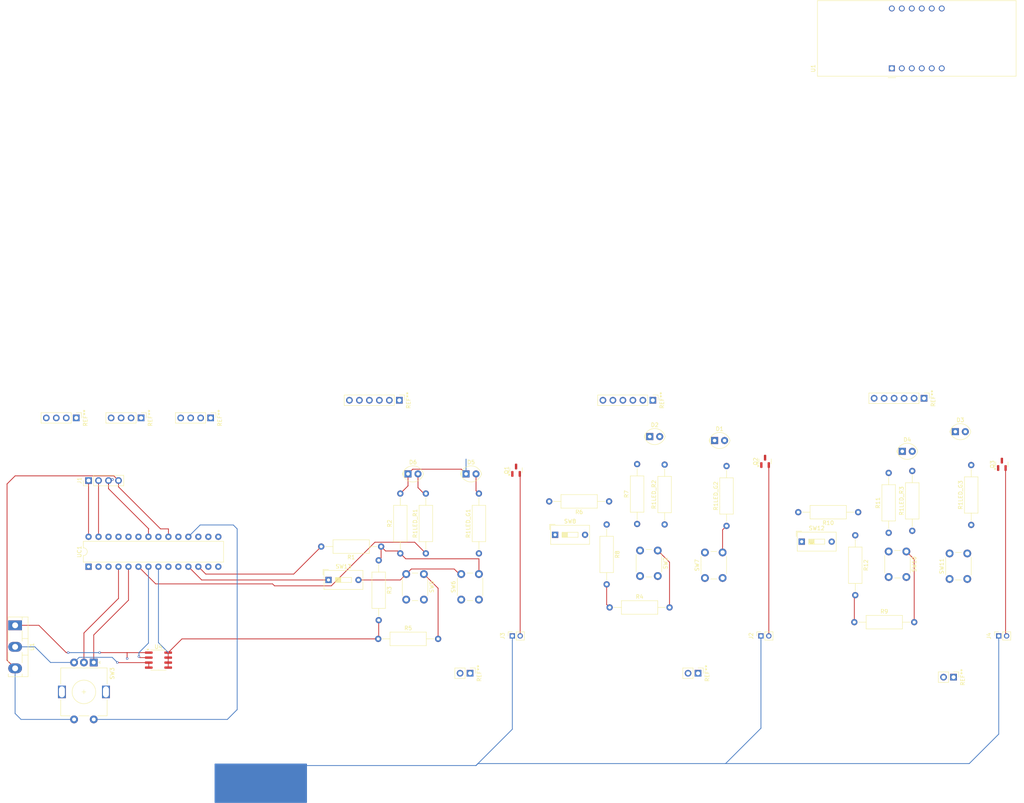
<source format=kicad_pcb>
(kicad_pcb (version 20240108) (generator "pcbnew") (generator_version "8.0")
  (layers (0 "F.Cu" signal) (31 "B.Cu" signal) (34 "B.Paste" user) (35 "F.Paste" user) (36 "B.SilkS" user "B.Silkscreen") (37 "F.SilkS" user "F.Silkscreen") (38 "B.Mask" user) (39 "F.Mask" user) (44 "Edge.Cuts" user))
  (net 0 "")
  (net 1 "Net-(D3-A)")
  (net 2 "Net-(D4-A)")
  (net 3 "GND")
  (net 4 "Net-(D5-A)")
  (net 5 "Net-(D6-A)")
  (net 6 "Net-(D1-A)")
  (net 7 "Net-(D2-A)")
  (net 8 "/Input Display/VCC_E")
  (net 21 "/Input Display/SDA")
  (net 22 "/Input Display/SCL")
  (net 24 "Net-(J2-Pin_2)")
  (net 25 "/Input Display/12V_R")
  (net 28 "Net-(J3-Pin_2)")
  (net 29 "Net-(J4-Pin_2)")
  (net 31 "/Microcontroller/SOL1_OUT")
  (net 35 "Net-(R1-Pad1)")
  (net 36 "Net-(R1LED_G2-Pad1)")
  (net 37 "Net-(R10-Pad1)")
  (net 38 "/Microcontroller/SOL1_WAIT")
  (net 39 "/Microcontroller/SOL2_WAIT")
  (net 40 "/Microcontroller/SOL3_WAIT")
  (net 41 "/Microcontroller/SOL2_SEL")
  (net 42 "/Microcontroller/SOL1_SEL")
  (net 43 "/Microcontroller/SOL2_OUT")
  (net 44 "/Microcontroller/SOL3_SEL")
  (net 45 "/Microcontroller/SOL3_OUT")
  (net 48 "/Input Display/CLOCK")
  (net 49 "/Input Display/DT")
  (net 50 "/Input Display/SWITCH")
  (net 53 "/Microcontroller/SOL2_MAIN")
  (net 56 "/Microcontroller/SOL3_MAIN")
  (net 57 "/Microcontroller/SOL1_MAIN")
  (net 58 "Net-(U4-OUT)")
  (footprint "Button_Switch_THT:SW_PUSH_6mm_mod" (layer "F.Cu") (at 189.25 82.25 -90)
    (property "Reference" "SW2" (at 3.25 -2 90) (layer "F.SilkS"))
    (property "Value" "BUTTON_CONFIG")
    (pad "1" thru_hole circle (at 6.5 0) (size 2 2) (drill 1.1) (layers "*.Cu" "*.Mask"))
    (pad "2" thru_hole circle (at 6.5 4.5) (size 2 2) (drill 1.1) (layers "*.Cu" "*.Mask"))
    (pad "3" thru_hole circle (at 0 0) (size 2 2) (drill 1.1) (layers "*.Cu" "*.Mask") (net 41 "/Microcontroller/SOL2_SEL"))
    (pad "4" thru_hole circle (at 0 4.5) (size 2 2) (drill 1.1) (layers "*.Cu" "*.Mask") (net 8 "/Input Display/VCC_E"))
  )
  (footprint "LED_THT:LED_Oval_W5.2mm_H3.8mm" (layer "F.Cu") (at 251.46 57)
    (property "Reference" "D4" (at 1.27 -2.96 0) (layer "F.SilkS"))
    (property "Value" "SOL1_RED")
    (pad "1" thru_hole rect (at 0 0) (size 1.8 1.8) (drill 0.9) (layers "*.Cu" "*.Mask") (net 3 "GND"))
    (pad "2" thru_hole circle (at 2.54 0) (size 1.8 1.8) (drill 0.9) (layers "*.Cu" "*.Mask") (net 2 "Net-(D4-A)"))
  )
  (footprint "Connector_PinSocket_2.00mm:PinSocket_1x02_P2.00mm_Vertical" (layer "F.Cu") (at 152.25 104 90)
    (property "Reference" "J3" (at 0 -2.5 90) (layer "F.SilkS"))
    (property "Value" "SOL1_PORT")
    (pad "1" thru_hole rect (at 0 0 90) (size 1.35 1.35) (drill 0.8) (layers "*.Cu" "*.Mask") (net 25 "/Input Display/12V_R"))
    (pad "2" thru_hole oval (at 0 2 90) (size 1.35 1.35) (drill 0.8) (layers "*.Cu" "*.Mask") (net 28 "Net-(J3-Pin_2)"))
  )
  (footprint "Resistor_THT:R_Axial_DIN0309_L9.0mm_D3.2mm_P15.24mm_Horizontal" (layer "F.Cu") (at 240.24 72.5 180)
    (property "Reference" "R10" (at 7.62 -2.72 0) (layer "F.SilkS"))
    (property "Value" "100O")
    (pad "1" thru_hole circle (at 0 0 180) (size 1.6 1.6) (drill 0.8) (layers "*.Cu" "*.Mask") (net 37 "Net-(R10-Pad1)"))
    (pad "2" thru_hole oval (at 15.24 0 180) (size 1.6 1.6) (drill 0.8) (layers "*.Cu" "*.Mask") (net 45 "/Microcontroller/SOL3_OUT"))
  )
  (footprint "Resistor_THT:R_Axial_DIN0309_L9.0mm_D3.2mm_P15.24mm_Horizontal" (layer "F.Cu") (at 176.87 69.75 180)
    (property "Reference" "R6" (at 7.62 -2.72 0) (layer "F.SilkS"))
    (property "Value" "100O")
    (pad "1" thru_hole circle (at 0 0 180) (size 1.6 1.6) (drill 0.8) (layers "*.Cu" "*.Mask") (net 36 "Net-(R1LED_G2-Pad1)"))
    (pad "2" thru_hole oval (at 15.24 0 180) (size 1.6 1.6) (drill 0.8) (layers "*.Cu" "*.Mask") (net 43 "/Microcontroller/SOL2_OUT"))
  )
  (footprint "LED_THT:LED_Oval_W5.2mm_H3.8mm" (layer "F.Cu") (at 140.475 62.75)
    (property "Reference" "D5" (at 1.27 -2.96 0) (layer "F.SilkS"))
    (property "Value" "SOL1_GRN")
    (pad "1" thru_hole rect (at 0 0) (size 1.8 1.8) (drill 0.9) (layers "*.Cu" "*.Mask") (net 3 "GND"))
    (pad "2" thru_hole circle (at 2.54 0) (size 1.8 1.8) (drill 0.9) (layers "*.Cu" "*.Mask") (net 4 "Net-(D5-A)"))
  )
  (footprint "Resistor_THT:R_Axial_DIN0309_L9.0mm_D3.2mm_P15.24mm_Horizontal" (layer "F.Cu") (at 191 75.62 90)
    (property "Reference" "R1LED_R2" (at 7.62 -2.72 90) (layer "F.SilkS"))
    (property "Value" "R")
    (pad "1" thru_hole circle (at 0 0 90) (size 1.6 1.6) (drill 0.8) (layers "*.Cu" "*.Mask") (net 39 "/Microcontroller/SOL2_WAIT"))
    (pad "2" thru_hole oval (at 15.24 0 90) (size 1.6 1.6) (drill 0.8) (layers "*.Cu" "*.Mask") (net 7 "Net-(D2-A)"))
  )
  (footprint "Package_SO:SOIC-8_3.9x4.9mm_P1.27mm" (layer "F.Cu") (at 62.225 110.155)
    (property "Reference" "U4" (at 0 -3.4 0) (layer "F.SilkS"))
    (property "Value" "XL1509-3.3")
    (pad "1" smd roundrect (at -2.475 -1.905) (size 1.95 0.6) (layers "F.Cu" "F.Paste" "F.Mask") (net 25 "/Input Display/12V_R"))
    (pad "2" smd roundrect (at -2.475 -0.635) (size 1.95 0.6) (layers "F.Cu" "F.Paste" "F.Mask") (net 58 "Net-(U4-OUT)"))
    (pad "3" smd roundrect (at -2.475 0.635) (size 1.95 0.6) (layers "F.Cu" "F.Paste" "F.Mask") (net 3 "GND"))
    (pad "4" smd roundrect (at -2.475 1.905) (size 1.95 0.6) (layers "F.Cu" "F.Paste" "F.Mask") (net 3 "GND"))
    (pad "5" smd roundrect (at 2.475 1.905) (size 1.95 0.6) (layers "F.Cu" "F.Paste" "F.Mask") (net 3 "GND"))
    (pad "6" smd roundrect (at 2.475 0.635) (size 1.95 0.6) (layers "F.Cu" "F.Paste" "F.Mask") (net 3 "GND"))
    (pad "7" smd roundrect (at 2.475 -0.635) (size 1.95 0.6) (layers "F.Cu" "F.Paste" "F.Mask") (net 3 "GND"))
    (pad "8" smd roundrect (at 2.475 -1.905) (size 1.95 0.6) (layers "F.Cu" "F.Paste" "F.Mask") (net 3 "GND"))
  )
  (footprint "Resistor_THT:R_Axial_DIN0309_L9.0mm_D3.2mm_P15.24mm_Horizontal" (layer "F.Cu") (at 176.25 75.63 -90)
    (property "Reference" "R8" (at 7.62 -2.72 90) (layer "F.SilkS"))
    (property "Value" "100")
    (pad "1" thru_hole circle (at 0 0 270) (size 1.6 1.6) (drill 0.8) (layers "*.Cu" "*.Mask") (net 36 "Net-(R1LED_G2-Pad1)"))
    (pad "2" thru_hole oval (at 15.24 0 270) (size 1.6 1.6) (drill 0.8) (layers "*.Cu" "*.Mask") (net 3 "GND"))
  )
  (footprint "LED_THT:LED_Oval_W5.2mm_H3.8mm" (layer "F.Cu") (at 125.71 62.75)
    (property "Reference" "D6" (at 1.27 -2.96 0) (layer "F.SilkS"))
    (property "Value" "SOL1_RED")
    (pad "1" thru_hole rect (at 0 0) (size 1.8 1.8) (drill 0.9) (layers "*.Cu" "*.Mask") (net 3 "GND"))
    (pad "2" thru_hole circle (at 2.54 0) (size 1.8 1.8) (drill 0.9) (layers "*.Cu" "*.Mask") (net 5 "Net-(D6-A)"))
  )
  (footprint "Resistor_THT:R_Axial_DIN0309_L9.0mm_D3.2mm_P15.24mm_Horizontal" (layer "F.Cu") (at 184 75.5 90)
    (property "Reference" "R7" (at 7.62 -2.72 90) (layer "F.SilkS"))
    (property "Value" "1kO")
    (pad "1" thru_hole circle (at 0 0 90) (size 1.6 1.6) (drill 0.8) (layers "*.Cu" "*.Mask") (net 36 "Net-(R1LED_G2-Pad1)"))
    (pad "2" thru_hole oval (at 15.24 0 90) (size 1.6 1.6) (drill 0.8) (layers "*.Cu" "*.Mask") (net 3 "GND"))
  )
  (footprint "Display_7Segment:CA56-12SRWA" (layer "F.Cu") (at 248.8 -40.5 90)
    (property "Reference" "U1" (at 0 -20 90) (layer "F.SilkS"))
    (property "Value" "SOL1_DISP")
    (pad "1" thru_hole rect (at 0 0 90) (size 1.5 1.5) (drill 1) (layers "*.Cu" "*.Mask"))
    (pad "2" thru_hole circle (at 0 2.54 90) (size 1.5 1.5) (drill 1) (layers "*.Cu" "*.Mask"))
    (pad "3" thru_hole circle (at 0 5.08 90) (size 1.5 1.5) (drill 1) (layers "*.Cu" "*.Mask"))
    (pad "4" thru_hole circle (at 0 7.62 90) (size 1.5 1.5) (drill 1) (layers "*.Cu" "*.Mask"))
    (pad "5" thru_hole circle (at 0 10.16 90) (size 1.5 1.5) (drill 1) (layers "*.Cu" "*.Mask"))
    (pad "6" thru_hole circle (at 0 12.7 90) (size 1.5 1.5) (drill 1) (layers "*.Cu" "*.Mask"))
    (pad "7" thru_hole circle (at 15.24 12.7 90) (size 1.5 1.5) (drill 1) (layers "*.Cu" "*.Mask"))
    (pad "8" thru_hole circle (at 15.24 10.16 90) (size 1.5 1.5) (drill 1) (layers "*.Cu" "*.Mask"))
    (pad "9" thru_hole circle (at 15.24 7.62 90) (size 1.5 1.5) (drill 1) (layers "*.Cu" "*.Mask"))
    (pad "10" thru_hole circle (at 15.24 5.08 90) (size 1.5 1.5) (drill 1) (layers "*.Cu" "*.Mask"))
    (pad "11" thru_hole circle (at 15.24 2.54 90) (size 1.5 1.5) (drill 1) (layers "*.Cu" "*.Mask"))
    (pad "12" thru_hole circle (at 15.24 0 90) (size 1.5 1.5) (drill 1) (layers "*.Cu" "*.Mask"))
  )
  (footprint "Button_Switch_THT:SW_PUSH_6mm_mod" (layer "F.Cu") (at 139.25 94.75 90)
    (property "Reference" "SW6" (at 3.25 -2 90) (layer "F.SilkS"))
    (property "Value" "BUTTON_FORCE")
    (pad "1" thru_hole circle (at 6.5 0 180) (size 2 2) (drill 1.1) (layers "*.Cu" "*.Mask") (net 8 "/Input Display/VCC_E"))
    (pad "2" thru_hole circle (at 6.5 4.5 180) (size 2 2) (drill 1.1) (layers "*.Cu" "*.Mask") (net 35 "Net-(R1-Pad1)"))
    (pad "3" thru_hole circle (at 0 0 180) (size 2 2) (drill 1.1) (layers "*.Cu" "*.Mask"))
    (pad "4" thru_hole circle (at 0 4.5 180) (size 2 2) (drill 1.1) (layers "*.Cu" "*.Mask"))
  )
  (footprint "Resistor_THT:R_Axial_DIN0309_L9.0mm_D3.2mm_P15.24mm_Horizontal" (layer "F.Cu") (at 254 77.24 90)
    (property "Reference" "R1LED_R3" (at 7.62 -2.72 90) (layer "F.SilkS"))
    (property "Value" "R")
    (pad "1" thru_hole circle (at 0 0 90) (size 1.6 1.6) (drill 0.8) (layers "*.Cu" "*.Mask") (net 40 "/Microcontroller/SOL3_WAIT"))
    (pad "2" thru_hole oval (at 15.24 0 90) (size 1.6 1.6) (drill 0.8) (layers "*.Cu" "*.Mask") (net 2 "Net-(D4-A)"))
  )
  (footprint "Resistor_THT:R_Axial_DIN0309_L9.0mm_D3.2mm_P15.24mm_Horizontal" (layer "F.Cu") (at 143.75 82.99 90)
    (property "Reference" "R1LED_G1" (at 7.62 -2.72 90) (layer "F.SilkS"))
    (property "Value" "220")
    (pad "1" thru_hole circle (at 0 0 90) (size 1.6 1.6) (drill 0.8) (layers "*.Cu" "*.Mask") (net 35 "Net-(R1-Pad1)"))
    (pad "2" thru_hole oval (at 15.24 0 90) (size 1.6 1.6) (drill 0.8) (layers "*.Cu" "*.Mask") (net 4 "Net-(D5-A)"))
  )
  (footprint "Package_TO_SOT_SMD:SOT-23" (layer "F.Cu") (at 216.55 59.5625 90)
    (property "Reference" "Q2" (at 0 -2.4 90) (layer "F.SilkS"))
    (property "Value" "SOL1_NFET")
    (pad "1" smd roundrect (at -0.9375 -0.95 90) (size 1.475 0.6) (layers "F.Cu" "F.Paste" "F.Mask") (net 3 "GND"))
    (pad "2" smd roundrect (at -0.9375 0.95 90) (size 1.475 0.6) (layers "F.Cu" "F.Paste" "F.Mask") (net 24 "Net-(J2-Pin_2)"))
    (pad "3" smd roundrect (at 0.9375 0 90) (size 1.475 0.6) (layers "F.Cu" "F.Paste" "F.Mask") (net 3 "GND"))
  )
  (footprint "Button_Switch_THT:SW_DIP_SPSTx01_Slide_9.78x4.72mm_W7.62mm_P2.54mm" (layer "F.Cu") (at 225.88 80)
    (property "Reference" "SW12" (at 3.81 -3.42 0) (layer "F.SilkS"))
    (property "Value" "SWITCH_MAIN")
    (pad "1" thru_hole rect (at 0 0) (size 1.6 1.6) (drill 0.8) (layers "*.Cu" "*.Mask") (net 56 "/Microcontroller/SOL3_MAIN"))
    (pad "2" thru_hole oval (at 7.62 0) (size 1.6 1.6) (drill 0.8) (layers "*.Cu" "*.Mask") (net 8 "/Input Display/VCC_E"))
  )
  (footprint "Resistor_THT:R_Axial_DIN0309_L9.0mm_D3.2mm_P15.24mm_Horizontal" (layer "F.Cu") (at 239.26 100.5)
    (property "Reference" "R9" (at 7.62 -2.72 0) (layer "F.SilkS"))
    (property "Value" "1kO")
    (pad "1" thru_hole circle (at 0 0) (size 1.6 1.6) (drill 0.8) (layers "*.Cu" "*.Mask") (net 3 "GND"))
    (pad "2" thru_hole oval (at 15.24 0) (size 1.6 1.6) (drill 0.8) (layers "*.Cu" "*.Mask") (net 44 "/Microcontroller/SOL3_SEL"))
  )
  (footprint "Button_Switch_THT:SW_DIP_SPSTx01_Slide_9.78x4.72mm_W7.62mm_P2.54mm" (layer "F.Cu") (at 105.4825 89.75)
    (property "Reference" "SW13" (at 3.81 -3.42 0) (layer "F.SilkS"))
    (property "Value" "SWITCH_MAIN")
    (pad "1" thru_hole rect (at 0 0) (size 1.6 1.6) (drill 0.8) (layers "*.Cu" "*.Mask") (net 57 "/Microcontroller/SOL1_MAIN"))
    (pad "2" thru_hole oval (at 7.62 0) (size 1.6 1.6) (drill 0.8) (layers "*.Cu" "*.Mask") (net 8 "/Input Display/VCC_E"))
  )
  (footprint "Connector_PinHeader_2.54mm:PinHeader_1x06_P2.54mm_Vertical" (layer "F.Cu") (at 188 44 -90)
    (property "Reference" "REF**" (at 0 -2.33 90) (layer "F.SilkS"))
    (property "Value" "PinHeader_1x06_P2.54mm_Vertical")
    (pad "1" thru_hole rect (at 0 0 270) (size 1.7 1.7) (drill 1) (layers "*.Cu" "*.Mask"))
    (pad "2" thru_hole oval (at 0 2.54 270) (size 1.7 1.7) (drill 1) (layers "*.Cu" "*.Mask"))
    (pad "3" thru_hole oval (at 0 5.08 270) (size 1.7 1.7) (drill 1) (layers "*.Cu" "*.Mask"))
    (pad "4" thru_hole oval (at 0 7.62 270) (size 1.7 1.7) (drill 1) (layers "*.Cu" "*.Mask"))
    (pad "5" thru_hole oval (at 0 10.16 270) (size 1.7 1.7) (drill 1) (layers "*.Cu" "*.Mask"))
    (pad "6" thru_hole oval (at 0 12.7 270) (size 1.7 1.7) (drill 1) (layers "*.Cu" "*.Mask"))
  )
  (footprint "Button_Switch_THT:SW_PUSH_6mm_mod" (layer "F.Cu") (at 201.25 89.25 90)
    (property "Reference" "SW7" (at 3.25 -2 90) (layer "F.SilkS"))
    (property "Value" "BUTTON_FORCE")
    (pad "1" thru_hole circle (at 6.5 0 180) (size 2 2) (drill 1.1) (layers "*.Cu" "*.Mask") (net 8 "/Input Display/VCC_E"))
    (pad "2" thru_hole circle (at 6.5 4.5 180) (size 2 2) (drill 1.1) (layers "*.Cu" "*.Mask") (net 36 "Net-(R1LED_G2-Pad1)"))
    (pad "3" thru_hole circle (at 0 0 180) (size 2 2) (drill 1.1) (layers "*.Cu" "*.Mask"))
    (pad "4" thru_hole circle (at 0 4.5 180) (size 2 2) (drill 1.1) (layers "*.Cu" "*.Mask"))
  )
  (footprint "Package_TO_SOT_THT:TO-218-3_Vertical" (layer "F.Cu") (at 25.75 101.3 -90)
    (property "Reference" "U1" (at 5.475 -4.29 90) (layer "F.SilkS"))
    (property "Value" "5V Regulator")
    (pad "1" thru_hole rect (at 0 0 270) (size 2.5 3.5) (drill 1.5) (layers "*.Cu" "*.Mask") (net 25 "/Input Display/12V_R"))
    (pad "2" thru_hole oval (at 5.475 0 270) (size 2.5 3.5) (drill 1.5) (layers "*.Cu" "*.Mask") (net 3 "GND"))
    (pad "3" thru_hole oval (at 10.95 0 270) (size 2.5 3.5) (drill 1.5) (layers "*.Cu" "*.Mask") (net 8 "/Input Display/VCC_E"))
  )
  (footprint "Resistor_THT:R_Axial_DIN0309_L9.0mm_D3.2mm_P15.24mm_Horizontal" (layer "F.Cu") (at 206.75 75.99 90)
    (property "Reference" "R1LED_G2" (at 7.62 -2.72 90) (layer "F.SilkS"))
    (property "Value" "220")
    (pad "1" thru_hole circle (at 0 0 90) (size 1.6 1.6) (drill 0.8) (layers "*.Cu" "*.Mask") (net 36 "Net-(R1LED_G2-Pad1)"))
    (pad "2" thru_hole oval (at 15.24 0 90) (size 1.6 1.6) (drill 0.8) (layers "*.Cu" "*.Mask") (net 6 "Net-(D1-A)"))
  )
  (footprint "Resistor_THT:R_Axial_DIN0309_L9.0mm_D3.2mm_P15.24mm_Horizontal" (layer "F.Cu") (at 177.01 96.75)
    (property "Reference" "R4" (at 7.62 -2.72 0) (layer "F.SilkS"))
    (property "Value" "1kO")
    (pad "1" thru_hole circle (at 0 0) (size 1.6 1.6) (drill 0.8) (layers "*.Cu" "*.Mask") (net 3 "GND"))
    (pad "2" thru_hole oval (at 15.24 0) (size 1.6 1.6) (drill 0.8) (layers "*.Cu" "*.Mask") (net 41 "/Microcontroller/SOL2_SEL"))
  )
  (footprint "LED_THT:LED_Oval_W5.2mm_H3.8mm" (layer "F.Cu") (at 264.96 52)
    (property "Reference" "D3" (at 1.27 -2.96 0) (layer "F.SilkS"))
    (property "Value" "SOL1_GRN")
    (pad "1" thru_hole rect (at 0 0) (size 1.8 1.8) (drill 0.9) (layers "*.Cu" "*.Mask") (net 3 "GND"))
    (pad "2" thru_hole circle (at 2.54 0) (size 1.8 1.8) (drill 0.9) (layers "*.Cu" "*.Mask") (net 1 "Net-(D3-A)"))
  )
  (footprint "Connector_PinHeader_2.54mm:PinHeader_1x06_P2.54mm_Vertical" (layer "F.Cu") (at 123.5 44 -90)
    (property "Reference" "REF**" (at 0 -2.33 90) (layer "F.SilkS"))
    (property "Value" "PinHeader_1x06_P2.54mm_Vertical")
    (pad "1" thru_hole rect (at 0 0 270) (size 1.7 1.7) (drill 1) (layers "*.Cu" "*.Mask"))
    (pad "2" thru_hole oval (at 0 2.54 270) (size 1.7 1.7) (drill 1) (layers "*.Cu" "*.Mask"))
    (pad "3" thru_hole oval (at 0 5.08 270) (size 1.7 1.7) (drill 1) (layers "*.Cu" "*.Mask"))
    (pad "4" thru_hole oval (at 0 7.62 270) (size 1.7 1.7) (drill 1) (layers "*.Cu" "*.Mask"))
    (pad "5" thru_hole oval (at 0 10.16 270) (size 1.7 1.7) (drill 1) (layers "*.Cu" "*.Mask"))
    (pad "6" thru_hole oval (at 0 12.7 270) (size 1.7 1.7) (drill 1) (layers "*.Cu" "*.Mask"))
  )
  (footprint "Resistor_THT:R_Axial_DIN0309_L9.0mm_D3.2mm_P15.24mm_Horizontal" (layer "F.Cu") (at 248 77.74 90)
    (property "Reference" "R11" (at 7.62 -2.72 90) (layer "F.SilkS"))
    (property "Value" "1kO")
    (pad "1" thru_hole circle (at 0 0 90) (size 1.6 1.6) (drill 0.8) (layers "*.Cu" "*.Mask") (net 37 "Net-(R10-Pad1)"))
    (pad "2" thru_hole oval (at 15.24 0 90) (size 1.6 1.6) (drill 0.8) (layers "*.Cu" "*.Mask") (net 3 "GND"))
  )
  (footprint "Button_Switch_THT:RotaryEncoder_Vertical_H20mm" (layer "F.Cu") (at 45.75 110.75 -90)
    (property "Reference" "SW3" (at 2.8 -4.7 90) (layer "F.SilkS"))
    (property "Value" "DIAL")
    (pad "A" thru_hole rect (at 0 0 270) (size 2 2) (drill 1) (layers "*.Cu" "*.Mask") (net 49 "/Input Display/DT"))
    (pad "B" thru_hole circle (at 0 5 270) (size 2 2) (drill 1) (layers "*.Cu" "*.Mask") (net 3 "GND"))
    (pad "C" thru_hole circle (at 0 2.5 270) (size 2 2) (drill 1) (layers "*.Cu" "*.Mask") (net 48 "/Input Display/CLOCK"))
    (pad "MP" thru_hole rect (at 7.5 -3.1 270) (size 3.2 2) (drill oval 2.8 1.5) (layers "*.Cu" "*.Mask"))
    (pad "MP" thru_hole rect (at 7.5 8.1 270) (size 3.2 2) (drill oval 2.8 1.5) (layers "*.Cu" "*.Mask"))
    (pad "S1" thru_hole circle (at 14.5 5 270) (size 2 2) (drill 1) (layers "*.Cu" "*.Mask") (net 8 "/Input Display/VCC_E"))
    (pad "S2" thru_hole circle (at 14.5 0 270) (size 2 2) (drill 1) (layers "*.Cu" "*.Mask") (net 50 "/Input Display/SWITCH"))
  )
  (footprint "Package_DIP:DIP-28_W7.62mm" (layer "F.Cu") (at 44.43 86.37 90)
    (property "Reference" "UC1" (at 3.81 -2.33 90) (layer "F.SilkS"))
    (property "Value" "ATmega328-P")
    (pad "1" thru_hole rect (at 0 0 90) (size 1.6 1.6) (drill 0.8) (layers "*.Cu" "*.Mask"))
    (pad "2" thru_hole oval (at 0 2.54 90) (size 1.6 1.6) (drill 0.8) (layers "*.Cu" "*.Mask"))
    (pad "3" thru_hole oval (at 0 5.08 90) (size 1.6 1.6) (drill 0.8) (layers "*.Cu" "*.Mask"))
    (pad "4" thru_hole oval (at 0 7.62 90) (size 1.6 1.6) (drill 0.8) (layers "*.Cu" "*.Mask") (net 48 "/Input Display/CLOCK"))
    (pad "5" thru_hole oval (at 0 10.16 90) (size 1.6 1.6) (drill 0.8) (layers "*.Cu" "*.Mask") (net 49 "/Input Display/DT"))
    (pad "6" thru_hole oval (at 0 12.7 90) (size 1.6 1.6) (drill 0.8) (layers "*.Cu" "*.Mask") (net 38 "/Microcontroller/SOL1_WAIT"))
    (pad "7" thru_hole oval (at 0 15.24 90) (size 1.6 1.6) (drill 0.8) (layers "*.Cu" "*.Mask") (net 58 "Net-(U4-OUT)"))
    (pad "8" thru_hole oval (at 0 17.78 90) (size 1.6 1.6) (drill 0.8) (layers "*.Cu" "*.Mask") (net 3 "GND"))
    (pad "9" thru_hole oval (at 0 20.32 90) (size 1.6 1.6) (drill 0.8) (layers "*.Cu" "*.Mask"))
    (pad "10" thru_hole oval (at 0 22.86 90) (size 1.6 1.6) (drill 0.8) (layers "*.Cu" "*.Mask"))
    (pad "11" thru_hole oval (at 0 25.4 90) (size 1.6 1.6) (drill 0.8) (layers "*.Cu" "*.Mask") (net 57 "/Microcontroller/SOL1_MAIN"))
    (pad "12" thru_hole oval (at 0 27.94 90) (size 1.6 1.6) (drill 0.8) (layers "*.Cu" "*.Mask") (net 31 "/Microcontroller/SOL1_OUT"))
    (pad "13" thru_hole oval (at 0 30.48 90) (size 1.6 1.6) (drill 0.8) (layers "*.Cu" "*.Mask") (net 42 "/Microcontroller/SOL1_SEL"))
    (pad "14" thru_hole oval (at 0 33.02 90) (size 1.6 1.6) (drill 0.8) (layers "*.Cu" "*.Mask") (net 53 "/Microcontroller/SOL2_MAIN"))
    (pad "15" thru_hole oval (at 7.62 33.02 90) (size 1.6 1.6) (drill 0.8) (layers "*.Cu" "*.Mask") (net 43 "/Microcontroller/SOL2_OUT"))
    (pad "16" thru_hole oval (at 7.62 30.48 90) (size 1.6 1.6) (drill 0.8) (layers "*.Cu" "*.Mask") (net 39 "/Microcontroller/SOL2_WAIT"))
    (pad "17" thru_hole oval (at 7.62 27.94 90) (size 1.6 1.6) (drill 0.8) (layers "*.Cu" "*.Mask") (net 41 "/Microcontroller/SOL2_SEL"))
    (pad "18" thru_hole oval (at 7.62 25.4 90) (size 1.6 1.6) (drill 0.8) (layers "*.Cu" "*.Mask") (net 50 "/Input Display/SWITCH"))
    (pad "19" thru_hole oval (at 7.62 22.86 90) (size 1.6 1.6) (drill 0.8) (layers "*.Cu" "*.Mask"))
    (pad "20" thru_hole oval (at 7.62 20.32 90) (size 1.6 1.6) (drill 0.8) (layers "*.Cu" "*.Mask") (net 8 "/Input Display/VCC_E"))
    (pad "21" thru_hole oval (at 7.62 17.78 90) (size 1.6 1.6) (drill 0.8) (layers "*.Cu" "*.Mask"))
    (pad "22" thru_hole oval (at 7.62 15.24 90) (size 1.6 1.6) (drill 0.8) (layers "*.Cu" "*.Mask") (net 3 "GND"))
    (pad "23" thru_hole oval (at 7.62 12.7 90) (size 1.6 1.6) (drill 0.8) (layers "*.Cu" "*.Mask") (net 56 "/Microcontroller/SOL3_MAIN"))
    (pad "24" thru_hole oval (at 7.62 10.16 90) (size 1.6 1.6) (drill 0.8) (layers "*.Cu" "*.Mask") (net 45 "/Microcontroller/SOL3_OUT"))
    (pad "25" thru_hole oval (at 7.62 7.62 90) (size 1.6 1.6) (drill 0.8) (layers "*.Cu" "*.Mask") (net 40 "/Microcontroller/SOL3_WAIT"))
    (pad "26" thru_hole oval (at 7.62 5.08 90) (size 1.6 1.6) (drill 0.8) (layers "*.Cu" "*.Mask") (net 44 "/Microcontroller/SOL3_SEL"))
    (pad "27" thru_hole oval (at 7.62 2.54 90) (size 1.6 1.6) (drill 0.8) (layers "*.Cu" "*.Mask") (net 21 "/Input Display/SDA"))
    (pad "28" thru_hole oval (at 7.62 0 90) (size 1.6 1.6) (drill 0.8) (layers "*.Cu" "*.Mask") (net 22 "/Input Display/SCL"))
  )
  (footprint "Connector_PinHeader_2.54mm:PinHeader_1x04_P2.54mm_Vertical" (layer "F.Cu") (at 41.3 48.5 -90)
    (property "Reference" "REF**" (at 0 -2.33 90) (layer "F.SilkS"))
    (property "Value" "PinHeader_1x04_P2.54mm_Vertical")
    (pad "1" thru_hole rect (at 0 0 270) (size 1.7 1.7) (drill 1) (layers "*.Cu" "*.Mask"))
    (pad "2" thru_hole oval (at 0 2.54 270) (size 1.7 1.7) (drill 1) (layers "*.Cu" "*.Mask"))
    (pad "3" thru_hole oval (at 0 5.08 270) (size 1.7 1.7) (drill 1) (layers "*.Cu" "*.Mask"))
    (pad "4" thru_hole oval (at 0 7.62 270) (size 1.7 1.7) (drill 1) (layers "*.Cu" "*.Mask"))
  )
  (footprint "Connector_PinHeader_2.54mm:PinHeader_1x04_P2.54mm_Vertical" (layer "F.Cu") (at 57.8 48.5 -90)
    (property "Reference" "REF**" (at 0 -2.33 90) (layer "F.SilkS"))
    (property "Value" "PinHeader_1x04_P2.54mm_Vertical")
    (pad "1" thru_hole rect (at 0 0 270) (size 1.7 1.7) (drill 1) (layers "*.Cu" "*.Mask"))
    (pad "2" thru_hole oval (at 0 2.54 270) (size 1.7 1.7) (drill 1) (layers "*.Cu" "*.Mask"))
    (pad "3" thru_hole oval (at 0 5.08 270) (size 1.7 1.7) (drill 1) (layers "*.Cu" "*.Mask"))
    (pad "4" thru_hole oval (at 0 7.62 270) (size 1.7 1.7) (drill 1) (layers "*.Cu" "*.Mask"))
  )
  (footprint "LED_THT:LED_Oval_W5.2mm_H3.8mm" (layer "F.Cu") (at 203.71 54.25)
    (property "Reference" "D1" (at 1.27 -2.96 0) (layer "F.SilkS"))
    (property "Value" "SOL1_GRN")
    (pad "1" thru_hole rect (at 0 0) (size 1.8 1.8) (drill 0.9) (layers "*.Cu" "*.Mask") (net 3 "GND"))
    (pad "2" thru_hole circle (at 2.54 0) (size 1.8 1.8) (drill 0.9) (layers "*.Cu" "*.Mask") (net 6 "Net-(D1-A)"))
  )
  (footprint "Connector_PinHeader_2.54mm:PinHeader_1x06_P2.54mm_Vertical" (layer "F.Cu") (at 257 43.5 -90)
    (property "Reference" "REF**" (at 0 -2.33 90) (layer "F.SilkS"))
    (property "Value" "PinHeader_1x06_P2.54mm_Vertical")
    (pad "1" thru_hole rect (at 0 0 270) (size 1.7 1.7) (drill 1) (layers "*.Cu" "*.Mask"))
    (pad "2" thru_hole oval (at 0 2.54 270) (size 1.7 1.7) (drill 1) (layers "*.Cu" "*.Mask"))
    (pad "3" thru_hole oval (at 0 5.08 270) (size 1.7 1.7) (drill 1) (layers "*.Cu" "*.Mask"))
    (pad "4" thru_hole oval (at 0 7.62 270) (size 1.7 1.7) (drill 1) (layers "*.Cu" "*.Mask"))
    (pad "5" thru_hole oval (at 0 10.16 270) (size 1.7 1.7) (drill 1) (layers "*.Cu" "*.Mask"))
    (pad "6" thru_hole oval (at 0 12.7 270) (size 1.7 1.7) (drill 1) (layers "*.Cu" "*.Mask"))
  )
  (footprint "Resistor_THT:R_Axial_DIN0309_L9.0mm_D3.2mm_P15.24mm_Horizontal" (layer "F.Cu") (at 118.25 84.75 -90)
    (property "Reference" "R3" (at 7.62 -2.72 90) (layer "F.SilkS"))
    (property "Value" "100")
    (pad "1" thru_hole circle (at 0 0 270) (size 1.6 1.6) (drill 0.8) (layers "*.Cu" "*.Mask") (net 35 "Net-(R1-Pad1)"))
    (pad "2" thru_hole oval (at 15.24 0 270) (size 1.6 1.6) (drill 0.8) (layers "*.Cu" "*.Mask") (net 3 "GND"))
  )
  (footprint "Button_Switch_THT:SW_PUSH_6mm_mod" (layer "F.Cu") (at 252.5 82.5 -90)
    (property "Reference" "SW10" (at 3.25 -2 90) (layer "F.SilkS"))
    (property "Value" "BUTTON_CONFIG")
    (pad "1" thru_hole circle (at 6.5 0) (size 2 2) (drill 1.1) (layers "*.Cu" "*.Mask"))
    (pad "2" thru_hole circle (at 6.5 4.5) (size 2 2) (drill 1.1) (layers "*.Cu" "*.Mask"))
    (pad "3" thru_hole circle (at 0 0) (size 2 2) (drill 1.1) (layers "*.Cu" "*.Mask") (net 44 "/Microcontroller/SOL3_SEL"))
    (pad "4" thru_hole circle (at 0 4.5) (size 2 2) (drill 1.1) (layers "*.Cu" "*.Mask") (net 8 "/Input Display/VCC_E"))
  )
  (footprint "Package_TO_SOT_SMD:SOT-23" (layer "F.Cu") (at 276.8 60.3125 90)
    (property "Reference" "Q3" (at 0 -2.4 90) (layer "F.SilkS"))
    (property "Value" "SOL1_NFET")
    (pad "1" smd roundrect (at -0.9375 -0.95 90) (size 1.475 0.6) (layers "F.Cu" "F.Paste" "F.Mask") (net 3 "GND"))
    (pad "2" smd roundrect (at -0.9375 0.95 90) (size 1.475 0.6) (layers "F.Cu" "F.Paste" "F.Mask") (net 29 "Net-(J4-Pin_2)"))
    (pad "3" smd roundrect (at 0.9375 0 90) (size 1.475 0.6) (layers "F.Cu" "F.Paste" "F.Mask") (net 3 "GND"))
  )
  (footprint "LED_THT:LED_Oval_W5.2mm_H3.8mm" (layer "F.Cu") (at 187.21 53.25)
    (property "Reference" "D2" (at 1.27 -2.96 0) (layer "F.SilkS"))
    (property "Value" "SOL1_RED")
    (pad "1" thru_hole rect (at 0 0) (size 1.8 1.8) (drill 0.9) (layers "*.Cu" "*.Mask") (net 3 "GND"))
    (pad "2" thru_hole circle (at 2.54 0) (size 1.8 1.8) (drill 0.9) (layers "*.Cu" "*.Mask") (net 7 "Net-(D2-A)"))
  )
  (footprint "Resistor_THT:R_Axial_DIN0309_L9.0mm_D3.2mm_P15.24mm_Horizontal" (layer "F.Cu") (at 123.75 82.99 90)
    (property "Reference" "R2" (at 7.62 -2.72 90) (layer "F.SilkS"))
    (property "Value" "1kO")
    (pad "1" thru_hole circle (at 0 0 90) (size 1.6 1.6) (drill 0.8) (layers "*.Cu" "*.Mask") (net 35 "Net-(R1-Pad1)"))
    (pad "2" thru_hole oval (at 15.24 0 90) (size 1.6 1.6) (drill 0.8) (layers "*.Cu" "*.Mask") (net 3 "GND"))
  )
  (footprint "Connector_PinHeader_2.54mm:PinHeader_1x04_P2.54mm_Vertical" (layer "F.Cu") (at 44.431156 64.441016 90)
    (property "Reference" "J1" (at 0 -2.33 90) (layer "F.SilkS"))
    (property "Value" "4-digit I2C Display")
    (pad "1" thru_hole rect (at 0 0 90) (size 1.7 1.7) (drill 1) (layers "*.Cu" "*.Mask") (net 22 "/Input Display/SCL"))
    (pad "2" thru_hole oval (at 0 2.54 90) (size 1.7 1.7) (drill 1) (layers "*.Cu" "*.Mask") (net 21 "/Input Display/SDA"))
    (pad "3" thru_hole oval (at 0 5.08 90) (size 1.7 1.7) (drill 1) (layers "*.Cu" "*.Mask") (net 3 "GND"))
    (pad "4" thru_hole oval (at 0 7.62 90) (size 1.7 1.7) (drill 1) (layers "*.Cu" "*.Mask") (net 8 "/Input Display/VCC_E"))
  )
  (footprint "Button_Switch_THT:SW_DIP_SPSTx01_Slide_9.78x4.72mm_W7.62mm_P2.54mm" (layer "F.Cu") (at 163.13 78.25)
    (property "Reference" "SW8" (at 3.81 -3.42 0) (layer "F.SilkS"))
    (property "Value" "SWITCH_MAIN")
    (pad "1" thru_hole rect (at 0 0) (size 1.6 1.6) (drill 0.8) (layers "*.Cu" "*.Mask") (net 53 "/Microcontroller/SOL2_MAIN"))
    (pad "2" thru_hole oval (at 7.62 0) (size 1.6 1.6) (drill 0.8) (layers "*.Cu" "*.Mask") (net 8 "/Input Display/VCC_E"))
  )
  (footprint "Connector_PinSocket_2.00mm:PinSocket_1x02_P2.00mm_Vertical" (layer "F.Cu") (at 276 104 90)
    (property "Reference" "J4" (at 0 -2.5 90) (layer "F.SilkS"))
    (property "Value" "SOL1_PORT")
    (pad "1" thru_hole rect (at 0 0 90) (size 1.35 1.35) (drill 0.8) (layers "*.Cu" "*.Mask") (net 25 "/Input Display/12V_R"))
    (pad "2" thru_hole oval (at 0 2 90) (size 1.35 1.35) (drill 0.8) (layers "*.Cu" "*.Mask") (net 29 "Net-(J4-Pin_2)"))
  )
  (footprint "Resistor_THT:R_Axial_DIN0309_L9.0mm_D3.2mm_P15.24mm_Horizontal" (layer "F.Cu") (at 239.5 78.38 -90)
    (property "Reference" "R12" (at 7.62 -2.72 90) (layer "F.SilkS"))
    (property "Value" "100")
    (pad "1" thru_hole circle (at 0 0 270) (size 1.6 1.6) (drill 0.8) (layers "*.Cu" "*.Mask") (net 37 "Net-(R10-Pad1)"))
    (pad "2" thru_hole oval (at 15.24 0 270) (size 1.6 1.6) (drill 0.8) (layers "*.Cu" "*.Mask") (net 3 "GND"))
  )
  (footprint "Connector_PinHeader_2.54mm:PinHeader_1x04_P2.54mm_Vertical" (layer "F.Cu") (at 75.5 48.5 -90)
    (property "Reference" "REF**" (at 0 -2.33 90) (layer "F.SilkS"))
    (property "Value" "PinHeader_1x04_P2.54mm_Vertical")
    (pad "1" thru_hole rect (at 0 0 270) (size 1.7 1.7) (drill 1) (layers "*.Cu" "*.Mask"))
    (pad "2" thru_hole oval (at 0 2.54 270) (size 1.7 1.7) (drill 1) (layers "*.Cu" "*.Mask"))
    (pad "3" thru_hole oval (at 0 5.08 270) (size 1.7 1.7) (drill 1) (layers "*.Cu" "*.Mask"))
    (pad "4" thru_hole oval (at 0 7.62 270) (size 1.7 1.7) (drill 1) (layers "*.Cu" "*.Mask"))
  )
  (footprint "Resistor_THT:R_Axial_DIN0309_L9.0mm_D3.2mm_P15.24mm_Horizontal" (layer "F.Cu") (at 118.13 104.75)
    (property "Reference" "R5" (at 7.62 -2.72 0) (layer "F.SilkS"))
    (property "Value" "1kO")
    (pad "1" thru_hole circle (at 0 0) (size 1.6 1.6) (drill 0.8) (layers "*.Cu" "*.Mask") (net 3 "GND"))
    (pad "2" thru_hole oval (at 15.24 0) (size 1.6 1.6) (drill 0.8) (layers "*.Cu" "*.Mask") (net 42 "/Microcontroller/SOL1_SEL"))
  )
  (footprint "Connector_PinHeader_2.54mm:PinHeader_1x02_P2.54mm_Vertical" (layer "F.Cu") (at 141.5 113.5 -90)
    (property "Reference" "REF**" (at 0 -2.33 90) (layer "F.SilkS"))
    (property "Value" "PinHeader_1x02_P2.54mm_Vertical")
    (pad "1" thru_hole rect (at 0 0 270) (size 1.7 1.7) (drill 1) (layers "*.Cu" "*.Mask"))
    (pad "2" thru_hole oval (at 0 2.54 270) (size 1.7 1.7) (drill 1) (layers "*.Cu" "*.Mask"))
  )
  (footprint "Resistor_THT:R_Axial_DIN0309_L9.0mm_D3.2mm_P15.24mm_Horizontal" (layer "F.Cu") (at 118.87 81.25 180)
    (property "Reference" "R1" (at 7.62 -2.72 0) (layer "F.SilkS"))
    (property "Value" "100O")
    (pad "1" thru_hole circle (at 0 0 180) (size 1.6 1.6) (drill 0.8) (layers "*.Cu" "*.Mask") (net 35 "Net-(R1-Pad1)"))
    (pad "2" thru_hole oval (at 15.24 0 180) (size 1.6 1.6) (drill 0.8) (layers "*.Cu" "*.Mask") (net 31 "/Microcontroller/SOL1_OUT"))
  )
  (footprint "Button_Switch_THT:SW_PUSH_6mm_mod" (layer "F.Cu") (at 129.75 88.25 -90)
    (property "Reference" "SW5" (at 3.25 -2 90) (layer "F.SilkS"))
    (property "Value" "BUTTON_CONFIG")
    (pad "1" thru_hole circle (at 6.5 0) (size 2 2) (drill 1.1) (layers "*.Cu" "*.Mask"))
    (pad "2" thru_hole circle (at 6.5 4.5) (size 2 2) (drill 1.1) (layers "*.Cu" "*.Mask"))
    (pad "3" thru_hole circle (at 0 0) (size 2 2) (drill 1.1) (layers "*.Cu" "*.Mask") (net 42 "/Microcontroller/SOL1_SEL"))
    (pad "4" thru_hole circle (at 0 4.5) (size 2 2) (drill 1.1) (layers "*.Cu" "*.Mask") (net 8 "/Input Display/VCC_E"))
  )
  (footprint "Button_Switch_THT:SW_PUSH_6mm_mod" (layer "F.Cu") (at 263.5 89.5 90)
    (property "Reference" "SW11" (at 3.25 -2 90) (layer "F.SilkS"))
    (property "Value" "BUTTON_FORCE")
    (pad "1" thru_hole circle (at 6.5 0 180) (size 2 2) (drill 1.1) (layers "*.Cu" "*.Mask") (net 8 "/Input Display/VCC_E"))
    (pad "2" thru_hole circle (at 6.5 4.5 180) (size 2 2) (drill 1.1) (layers "*.Cu" "*.Mask") (net 37 "Net-(R10-Pad1)"))
    (pad "3" thru_hole circle (at 0 0 180) (size 2 2) (drill 1.1) (layers "*.Cu" "*.Mask"))
    (pad "4" thru_hole circle (at 0 4.5 180) (size 2 2) (drill 1.1) (layers "*.Cu" "*.Mask"))
  )
  (footprint "Connector_PinHeader_2.54mm:PinHeader_1x02_P2.54mm_Vertical" (layer "F.Cu") (at 199.5 113.5 -90)
    (property "Reference" "REF**" (at 0 -2.33 90) (layer "F.SilkS"))
    (property "Value" "PinHeader_1x02_P2.54mm_Vertical")
    (pad "1" thru_hole rect (at 0 0 270) (size 1.7 1.7) (drill 1) (layers "*.Cu" "*.Mask"))
    (pad "2" thru_hole oval (at 0 2.54 270) (size 1.7 1.7) (drill 1) (layers "*.Cu" "*.Mask"))
  )
  (footprint "Connector_PinSocket_2.00mm:PinSocket_1x02_P2.00mm_Vertical" (layer "F.Cu") (at 215.5 104 90)
    (property "Reference" "J2" (at 0 -2.5 90) (layer "F.SilkS"))
    (property "Value" "SOL1_PORT")
    (pad "1" thru_hole rect (at 0 0 90) (size 1.35 1.35) (drill 0.8) (layers "*.Cu" "*.Mask") (net 25 "/Input Display/12V_R"))
    (pad "2" thru_hole oval (at 0 2 90) (size 1.35 1.35) (drill 0.8) (layers "*.Cu" "*.Mask") (net 24 "Net-(J2-Pin_2)"))
  )
  (footprint "Package_TO_SOT_SMD:SOT-23" (layer "F.Cu") (at 153.2 61.8125 90)
    (property "Reference" "Q1" (at 0 -2.4 90) (layer "F.SilkS"))
    (property "Value" "SOL1_NFET")
    (pad "1" smd roundrect (at -0.9375 -0.95 90) (size 1.475 0.6) (layers "F.Cu" "F.Paste" "F.Mask") (net 3 "GND"))
    (pad "2" smd roundrect (at -0.9375 0.95 90) (size 1.475 0.6) (layers "F.Cu" "F.Paste" "F.Mask") (net 28 "Net-(J3-Pin_2)"))
    (pad "3" smd roundrect (at 0.9375 0 90) (size 1.475 0.6) (layers "F.Cu" "F.Paste" "F.Mask") (net 3 "GND"))
  )
  (footprint "Resistor_THT:R_Axial_DIN0309_L9.0mm_D3.2mm_P15.24mm_Horizontal" (layer "F.Cu") (at 269 75.74 90)
    (property "Reference" "R1LED_G3" (at 7.62 -2.72 90) (layer "F.SilkS"))
    (property "Value" "220")
    (pad "1" thru_hole circle (at 0 0 90) (size 1.6 1.6) (drill 0.8) (layers "*.Cu" "*.Mask") (net 37 "Net-(R10-Pad1)"))
    (pad "2" thru_hole oval (at 15.24 0 90) (size 1.6 1.6) (drill 0.8) (layers "*.Cu" "*.Mask") (net 1 "Net-(D3-A)"))
  )
  (footprint "Resistor_THT:R_Axial_DIN0309_L9.0mm_D3.2mm_P15.24mm_Horizontal" (layer "F.Cu") (at 130.25 82.99 90)
    (property "Reference" "R1LED_R1" (at 7.62 -2.72 90) (layer "F.SilkS"))
    (property "Value" "R")
    (pad "1" thru_hole circle (at 0 0 90) (size 1.6 1.6) (drill 0.8) (layers "*.Cu" "*.Mask") (net 38 "/Microcontroller/SOL1_WAIT"))
    (pad "2" thru_hole oval (at 15.24 0 90) (size 1.6 1.6) (drill 0.8) (layers "*.Cu" "*.Mask") (net 5 "Net-(D6-A)"))
  )
  (footprint "Connector_PinHeader_2.54mm:PinHeader_1x02_P2.54mm_Vertical" (layer "F.Cu") (at 264.5 114.5 -90)
    (property "Reference" "REF**" (at 0 -2.33 90) (layer "F.SilkS"))
    (property "Value" "PinHeader_1x02_P2.54mm_Vertical")
    (pad "1" thru_hole rect (at 0 0 270) (size 1.7 1.7) (drill 1) (layers "*.Cu" "*.Mask"))
    (pad "2" thru_hole oval (at 0 2.54 270) (size 1.7 1.7) (drill 1) (layers "*.Cu" "*.Mask"))
  )
  (segment (start 59.75 76.75) (end 59.67 76.83) (width 0.2) (layer "F.Cu") (net 3))
  (segment (start 64.7 109.52) (end 64.7 110.79) (width 0.2) (layer "F.Cu") (net 3))
  (segment (start 49.511156 64.441016) (end 49.511156 65.491016) (width 0.2) (layer "F.Cu") (net 3))
  (segment (start 59.75 110.79) (end 59.75 112.06) (width 0.2) (layer "F.Cu") (net 3))
  (segment (start 176.25 95.99) (end 177.01 96.75) (width 0.2) (layer "F.Cu") (net 3))
  (segment (start 118.25 99.99) (end 118.25 104.63) (width 0.2) (layer "F.Cu") (net 3))
  (segment (start 51.79 110.79) (end 51.75 110.75) (width 0.2) (layer "F.Cu") (net 3))
  (segment (start 140.475 62.75) (end 139.275 61.55) (width 0.2) (layer "F.Cu") (net 3))
  (segment (start 64.7 112.06) (end 64.7 110.79) (width 0.2) (layer "F.Cu") (net 3))
  (segment (start 126.91 61.55) (end 125.71 62.75) (width 0.2) (layer "F.Cu") (net 3))
  (segment (start 59.67 76.83) (end 59.67 78.75) (width 0.2) (layer "F.Cu") (net 3))
  (segment (start 176.25 90.87) (end 176.25 95.99) (width 0.2) (layer "F.Cu") (net 3))
  (segment (start 49.511156 64.441016) (end 49.511156 66.511156) (width 0.2) (layer "F.Cu") (net 3))
  (segment (start 118.25 104.63) (end 118.13 104.75) (width 0.2) (layer "F.Cu") (net 3))
  (segment (start 118.13 104.75) (end 68.2 104.75) (width 0.2) (layer "F.Cu") (net 3))
  (segment (start 68.2 104.75) (end 64.7 108.25) (width 0.2) (layer "F.Cu") (net 3))
  (segment (start 239.26 100.5) (end 239.26 93.86) (width 0.2) (layer "F.Cu") (net 3))
  (segment (start 49.511156 65.491016) (end 49.511156 65.194773) (width 0.2) (layer "F.Cu") (net 3))
  (segment (start 125.71 65.79) (end 123.75 67.75) (width 0.2) (layer "F.Cu") (net 3))
  (segment (start 239.26 93.86) (end 239.5 93.62) (width 0.2) (layer "F.Cu") (net 3))
  (segment (start 49.511156 66.511156) (end 59.75 76.75) (width 0.2) (layer "F.Cu") (net 3))
  (segment (start 64.7 108.25) (end 64.7 109.52) (width 0.2) (layer "F.Cu") (net 3))
  (segment (start 139.275 61.55) (end 126.91 61.55) (width 0.2) (layer "F.Cu") (net 3))
  (segment (start 49.511156 65.194773) (end 50.527732 64.178197) (width 0.2) (layer "F.Cu") (net 3))
  (segment (start 125.71 62.75) (end 125.71 65.79) (width 0.2) (layer "F.Cu") (net 3))
  (segment (start 59.75 110.79) (end 51.79 110.79) (width 0.2) (layer "F.Cu") (net 3))
  (via (at 51.75 110.75) (size 0.6) (drill 0.3) (layers "F.Cu" "B.Cu") (net 3))
  (via (at 50.527732 64.178197) (size 0.6) (drill 0.3) (layers "F.Cu" "B.Cu") (net 3))
  (segment (start 140.475 62.75) (end 140.475 58.975) (width 0.2) (layer "B.Cu") (net 3))
  (segment (start 42.05 109.45) (end 40.75 110.75) (width 0.2) (layer "B.Cu") (net 3))
  (segment (start 51.75 110.75) (end 50.45 109.45) (width 0.2) (layer "B.Cu") (net 3))
  (segment (start 30.775 106.775) (end 34.75 110.75) (width 0.2) (layer "B.Cu") (net 3))
  (segment (start 62.21 86.37) (end 62.21 105.71) (width 0.2) (layer "B.Cu") (net 3))
  (segment (start 34.75 110.75) (end 40.75 110.75) (width 0.2) (layer "B.Cu") (net 3))
  (segment (start 62.21 105.71) (end 64.75 108.25) (width 0.2) (layer "B.Cu") (net 3))
  (segment (start 50.527732 64.178197) (end 50.527732 63.972268) (width 0.2) (layer "B.Cu") (net 3))
  (segment (start 25.75 106.775) (end 30.775 106.775) (width 0.2) (layer "B.Cu") (net 3))
  (segment (start 50.45 109.45) (end 42.05 109.45) (width 0.2) (layer "B.Cu") (net 3))
  (segment (start 143.015 67.015) (end 143.75 67.75) (width 0.2) (layer "F.Cu") (net 4))
  (segment (start 143.015 62.75) (end 143.015 67.015) (width 0.2) (layer "F.Cu") (net 4))
  (segment (start 129.75 67.75) (end 128.25 66.25) (width 0.2) (layer "F.Cu") (net 5))
  (segment (start 128.25 66.25) (end 128.25 62.75) (width 0.2) (layer "F.Cu") (net 5))
  (segment (start 138.75 88.25) (end 137.45 86.95) (width 0.2) (layer "F.Cu") (net 8))
  (segment (start 137.45 86.95) (end 126.55 86.95) (width 0.2) (layer "F.Cu") (net 8))
  (segment (start 62.75 76.75) (end 64.75 76.75) (width 0.2) (layer "F.Cu") (net 8))
  (segment (start 50.86014 63.25) (end 52.051156 64.441016) (width 0.2) (layer "F.Cu") (net 8))
  (segment (start 25.75 63.25) (end 50.86014 63.25) (width 0.2) (layer "F.Cu") (net 8))
  (segment (start 52.051156 66.051156) (end 62.75 76.75) (width 0.2) (layer "F.Cu") (net 8))
  (segment (start 52.051156 64.441016) (end 52.051156 66.051156) (width 0.2) (layer "F.Cu") (net 8))
  (segment (start 113.1025 89.75) (end 123.75 89.75) (width 0.2) (layer "F.Cu") (net 8))
  (segment (start 25.75 112.25) (end 23.7 110.2) (width 0.2) (layer "F.Cu") (net 8))
  (segment (start 64.75 76.75) (end 64.75 78.75) (width 0.2) (layer "F.Cu") (net 8))
  (segment (start 126.55 86.95) (end 125.25 88.25) (width 0.2) (layer "F.Cu") (net 8))
  (segment (start 23.7 65.3) (end 25.75 63.25) (width 0.2) (layer "F.Cu") (net 8))
  (segment (start 23.7 110.2) (end 23.7 65.3) (width 0.2) (layer "F.Cu") (net 8))
  (segment (start 123.75 89.75) (end 125.25 88.25) (width 0.2) (layer "F.Cu") (net 8))
  (segment (start 139.25 88.25) (end 138.75 88.25) (width 0.2) (layer "F.Cu") (net 8))
  (segment (start 25.75 123.75) (end 25.75 112.25) (width 0.2) (layer "B.Cu") (net 8))
  (segment (start 40.75 125.25) (end 27.25 125.25) (width 0.2) (layer "B.Cu") (net 8))
  (segment (start 27.25 125.25) (end 25.75 123.75) (width 0.2) (layer "B.Cu") (net 8))
  (segment (start 46.971156 64.441016) (end 46.971156 78.748844) (width 0.2) (layer "F.Cu") (net 21))
  (segment (start 46.971156 78.748844) (end 46.97 78.75) (width 0.2) (layer "F.Cu") (net 21))
  (segment (start 44.431156 64.441016) (end 44.431156 78.748844) (width 0.2) (layer "F.Cu") (net 22))
  (segment (start 44.431156 78.748844) (end 44.43 78.75) (width 0.2) (layer "F.Cu") (net 22))
  (segment (start 217.5 60.5) (end 217.5 104) (width 0.2) (layer "F.Cu") (net 24))
  (segment (start 38.75 108.25) (end 31.8 101.3) (width 0.2) (layer "F.Cu") (net 25))
  (segment (start 59.75 108.25) (end 54.25 108.25) (width 0.2) (layer "F.Cu") (net 25))
  (segment (start 39.25 108.25) (end 38.75 108.25) (width 0.2) (layer "F.Cu") (net 25))
  (segment (start 31.8 101.3) (end 25.75 101.3) (width 0.2) (layer "F.Cu") (net 25))
  (segment (start 54.25 109.75) (end 54.25 108.25) (width 0.2) (layer "F.Cu") (net 25))
  (segment (start 54.25 108.25) (end 47.25 108.25) (width 0.2) (layer "F.Cu") (net 25))
  (via (at 39.25 108.25) (size 0.6) (drill 0.3) (layers "F.Cu" "B.Cu") (net 25))
  (via (at 47.25 108.25) (size 0.6) (drill 0.3) (layers "F.Cu" "B.Cu") (net 25))
  (via (at 54.25 109.75) (size 0.6) (drill 0.3) (layers "F.Cu" "B.Cu") (net 25))
  (segment (start 152.25 104) (end 152.25 127.75) (width 0.2) (layer "B.Cu") (net 25))
  (segment (start 268.5 136.5) (end 206.5 136.5) (width 0.2) (layer "B.Cu") (net 25))
  (segment (start 152.25 127.75) (end 143 137) (width 0.2) (layer "B.Cu") (net 25))
  (segment (start 206.5 136.5) (end 143.5 136.5) (width 0.2) (layer "B.Cu") (net 25))
  (segment (start 54.35 109.85) (end 54.25 109.75) (width 0.2) (layer "B.Cu") (net 25))
  (segment (start 143.5 136.5) (end 143 137) (width 0.2) (layer "B.Cu") (net 25))
  (segment (start 215.5 104) (end 215.5 127.5) (width 0.2) (layer "B.Cu") (net 25))
  (segment (start 276 129) (end 268.5 136.5) (width 0.2) (layer "B.Cu") (net 25))
  (segment (start 143 137) (end 99.5 137) (width 0.2) (layer "B.Cu") (net 25))
  (segment (start 47.25 108.25) (end 39.25 108.25) (width 0.2) (layer "B.Cu") (net 25))
  (segment (start 215.5 127.5) (end 206.5 136.5) (width 0.2) (layer "B.Cu") (net 25))
  (segment (start 276 104) (end 276 129) (width 0.2) (layer "B.Cu") (net 25))
  (segment (start 154.25 104) (end 154.25 62.85) (width 0.2) (layer "F.Cu") (net 28))
  (segment (start 154.25 62.85) (end 154.15 62.75) (width 0.2) (layer "F.Cu") (net 28))
  (segment (start 278 103.5) (end 277.75 103.25) (width 0.2) (layer "F.Cu") (net 29))
  (segment (start 278 104) (end 278 103.5) (width 0.2) (layer "F.Cu") (net 29))
  (segment (start 277.75 103.25) (end 277.75 61.25) (width 0.2) (layer "F.Cu") (net 29))
  (segment (start 96.63 88.25) (end 74.25 88.25) (width 0.2) (layer "F.Cu") (net 31))
  (segment (start 103.63 81.25) (end 96.63 88.25) (width 0.2) (layer "F.Cu") (net 31))
  (segment (start 74.25 88.25) (end 72.37 86.37) (width 0.2) (layer "F.Cu") (net 31))
  (segment (start 119.99 82.37) (end 118.87 81.25) (width 0.2) (layer "F.Cu") (net 35))
  (segment (start 118.87 81.25) (end 118.87 84.13) (width 0.2) (layer "F.Cu") (net 35))
  (segment (start 118.87 84.13) (end 118.25 84.75) (width 0.2) (layer "F.Cu") (net 35))
  (segment (start 123.13 82.37) (end 119.99 82.37) (width 0.2) (layer "F.Cu") (net 35))
  (segment (start 125.13 84.37) (end 123.13 82.37) (width 0.2) (layer "F.Cu") (net 35))
  (segment (start 143.75 88.25) (end 143.75 84.37) (width 0.2) (layer "F.Cu") (net 35))
  (segment (start 143.75 84.37) (end 125.13 84.37) (width 0.2) (layer "F.Cu") (net 35))
  (segment (start 205.75 76.99) (end 206.75 75.99) (width 0.2) (layer "F.Cu") (net 36))
  (segment (start 205.75 82.75) (end 205.75 76.99) (width 0.2) (layer "F.Cu") (net 36))
  (segment (start 91.75 91.25) (end 91.25 90.75) (width 0.2) (layer "F.Cu") (net 38))
  (segment (start 91.25 90.75) (end 61.51 90.75) (width 0.2) (layer "F.Cu") (net 38))
  (segment (start 106.1825 91.25) (end 91.75 91.25) (width 0.2) (layer "F.Cu") (net 38))
  (segment (start 130.25 82.99) (end 127.41 80.15) (width 0.2) (layer "F.Cu") (net 38))
  (segment (start 127.41 80.15) (end 117.2825 80.15) (width 0.2) (layer "F.Cu") (net 38))
  (segment (start 117.2825 80.15) (end 106.1825 91.25) (width 0.2) (layer "F.Cu") (net 38))
  (segment (start 61.51 90.75) (end 57.13 86.37) (width 0.2) (layer "F.Cu") (net 38))
  (segment (start 192.25 96.75) (end 192.25 85.25) (width 0.2) (layer "F.Cu") (net 41))
  (segment (start 192.25 85.25) (end 189.25 82.25) (width 0.2) (layer "F.Cu") (net 41))
  (segment (start 133.37 91.87) (end 133.37 104.75) (width 0.2) (layer "F.Cu") (net 42))
  (segment (start 129.75 88.25) (end 133.37 91.87) (width 0.2) (layer "F.Cu") (net 42))
  (segment (start 254.5 84.5) (end 252.5 82.5) (width 0.2) (layer "F.Cu") (net 44))
  (segment (start 254.5 100.5) (end 254.5 84.5) (width 0.2) (layer "F.Cu") (net 44))
  (segment (start 43.25 103.25) (end 43.25 110.75) (width 0.2) (layer "F.Cu") (net 48))
  (segment (start 52.05 94.45) (end 43.25 103.25) (width 0.2) (layer "F.Cu") (net 48))
  (segment (start 52.05 86.37) (end 52.05 94.45) (width 0.2) (layer "F.Cu") (net 48))
  (segment (start 45.75 103.75) (end 45.75 110.75) (width 0.2) (layer "F.Cu") (net 49))
  (segment (start 54.59 94.91) (end 45.75 103.75) (width 0.2) (layer "F.Cu") (net 49))
  (segment (start 54.59 86.37) (end 54.59 94.91) (width 0.2) (layer "F.Cu") (net 49))
  (segment (start 79.75 125.25) (end 82.25 122.75) (width 0.2) (layer "B.Cu") (net 50))
  (segment (start 45.75 125.25) (end 79.75 125.25) (width 0.2) (layer "B.Cu") (net 50))
  (segment (start 72.83 75.75) (end 69.83 78.75) (width 0.2) (layer "B.Cu") (net 50))
  (segment (start 82.25 122.75) (end 82.25 76.75) (width 0.2) (layer "B.Cu") (net 50))
  (segment (start 82.25 76.75) (end 81.25 75.75) (width 0.2) (layer "B.Cu") (net 50))
  (segment (start 81.25 75.75) (end 72.83 75.75) (width 0.2) (layer "B.Cu") (net 50))
  (segment (start 73.21 89.75) (end 69.83 86.37) (width 0.2) (layer "F.Cu") (net 57))
  (segment (start 105.4825 89.75) (end 73.21 89.75) (width 0.2) (layer "F.Cu") (net 57))
  (segment (start 59.75 109.52) (end 57.52 109.52) (width 0.2) (layer "F.Cu") (net 58))
  (segment (start 57.52 109.52) (end 57.25 109.25) (width 0.2) (layer "F.Cu") (net 58))
  (via (at 57.25 109.25) (size 0.6) (drill 0.3) (layers "F.Cu" "B.Cu") (net 58))
  (segment (start 57.25 108.25) (end 59.67 105.83) (width 0.2) (layer "B.Cu") (net 58))
  (segment (start 57.25 109.25) (end 57.25 108.25) (width 0.2) (layer "B.Cu") (net 58))
  (segment (start 59.67 105.83) (end 59.67 86.37) (width 0.2) (layer "B.Cu") (net 58))
  (zone (net 3) (net_name "GND") (layer "B.Cu") (connect_pads (clearance 0.5)) (min_thickness 0.25) (fill yes (thermal_gap 0.5) (thermal_bridge_width 0.5))
    (polygon (pts (xy 100 146.5) (xy 76.5 146.5) (xy 76.5 136.5) (xy 100 136.5)))
  )
)
</source>
